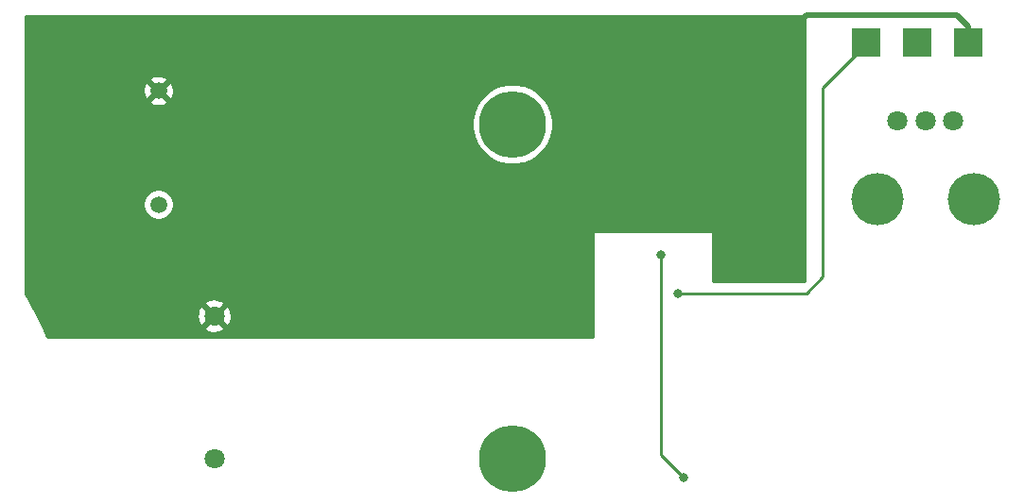
<source format=gbl>
G04 #@! TF.GenerationSoftware,KiCad,Pcbnew,(5.1.5)-3*
G04 #@! TF.CreationDate,2020-02-03T22:04:10-05:00*
G04 #@! TF.ProjectId,punk,70756e6b-2e6b-4696-9361-645f70636258,rev?*
G04 #@! TF.SameCoordinates,Original*
G04 #@! TF.FileFunction,Copper,L2,Bot*
G04 #@! TF.FilePolarity,Positive*
%FSLAX46Y46*%
G04 Gerber Fmt 4.6, Leading zero omitted, Abs format (unit mm)*
G04 Created by KiCad (PCBNEW (5.1.5)-3) date 2020-02-03 22:04:10*
%MOMM*%
%LPD*%
G04 APERTURE LIST*
%ADD10R,2.500000X2.500000*%
%ADD11C,6.000000*%
%ADD12C,1.800000*%
%ADD13C,4.686000*%
%ADD14C,1.500000*%
%ADD15C,0.800000*%
%ADD16C,0.500000*%
%ADD17C,0.250000*%
%ADD18C,0.254000*%
G04 APERTURE END LIST*
D10*
X160400000Y-73500000D03*
X164950000Y-73500000D03*
X169500000Y-73500000D03*
D11*
X128700000Y-110800000D03*
X128700000Y-80800000D03*
D12*
X102000000Y-110800000D03*
X102000000Y-98000000D03*
D13*
X161400000Y-87500000D03*
X170000000Y-87500000D03*
D12*
X163200000Y-80500000D03*
X165700000Y-80500000D03*
X168200000Y-80500000D03*
D14*
X97000000Y-77800000D03*
X97000000Y-88000000D03*
D15*
X138500000Y-88000000D03*
X151500000Y-93500000D03*
X145000000Y-77000000D03*
X135000000Y-79000000D03*
X144000000Y-112500000D03*
X142000000Y-92500000D03*
X143500000Y-96000000D03*
D16*
X169500000Y-72000000D02*
X168500000Y-71000000D01*
X169500000Y-73500000D02*
X169500000Y-72000000D01*
X168500000Y-71000000D02*
X155000000Y-71000000D01*
X155000000Y-71000000D02*
X154000000Y-72000000D01*
D17*
X142000000Y-110500000D02*
X144000000Y-112500000D01*
X142000000Y-92500000D02*
X142000000Y-110500000D01*
X156500000Y-77500000D02*
X160500000Y-73500000D01*
X143500000Y-96000000D02*
X155000000Y-96000000D01*
X155000000Y-96000000D02*
X156500000Y-94500000D01*
X156500000Y-94500000D02*
X156500000Y-77500000D01*
D18*
G36*
X154873000Y-94873000D02*
G01*
X146627000Y-94873000D01*
X146627000Y-90500000D01*
X146624560Y-90475224D01*
X146617333Y-90451399D01*
X146605597Y-90429443D01*
X146589803Y-90410197D01*
X146570557Y-90394403D01*
X146548601Y-90382667D01*
X146524776Y-90375440D01*
X146500000Y-90373000D01*
X136000000Y-90373000D01*
X135975224Y-90375440D01*
X135951399Y-90382667D01*
X135929443Y-90394403D01*
X135910197Y-90410197D01*
X135894403Y-90429443D01*
X135882667Y-90451399D01*
X135875440Y-90475224D01*
X135873000Y-90500000D01*
X135873000Y-99873000D01*
X87078490Y-99873000D01*
X86674031Y-99064080D01*
X101115525Y-99064080D01*
X101199208Y-99318261D01*
X101471775Y-99449158D01*
X101764642Y-99524365D01*
X102066553Y-99540991D01*
X102365907Y-99498397D01*
X102651199Y-99398222D01*
X102800792Y-99318261D01*
X102884475Y-99064080D01*
X102000000Y-98179605D01*
X101115525Y-99064080D01*
X86674031Y-99064080D01*
X86175267Y-98066553D01*
X100459009Y-98066553D01*
X100501603Y-98365907D01*
X100601778Y-98651199D01*
X100681739Y-98800792D01*
X100935920Y-98884475D01*
X101820395Y-98000000D01*
X102179605Y-98000000D01*
X103064080Y-98884475D01*
X103318261Y-98800792D01*
X103449158Y-98528225D01*
X103524365Y-98235358D01*
X103540991Y-97933447D01*
X103498397Y-97634093D01*
X103398222Y-97348801D01*
X103318261Y-97199208D01*
X103064080Y-97115525D01*
X102179605Y-98000000D01*
X101820395Y-98000000D01*
X100935920Y-97115525D01*
X100681739Y-97199208D01*
X100550842Y-97471775D01*
X100475635Y-97764642D01*
X100459009Y-98066553D01*
X86175267Y-98066553D01*
X85609951Y-96935920D01*
X101115525Y-96935920D01*
X102000000Y-97820395D01*
X102884475Y-96935920D01*
X102800792Y-96681739D01*
X102528225Y-96550842D01*
X102235358Y-96475635D01*
X101933447Y-96459009D01*
X101634093Y-96501603D01*
X101348801Y-96601778D01*
X101199208Y-96681739D01*
X101115525Y-96935920D01*
X85609951Y-96935920D01*
X85127000Y-95970020D01*
X85127000Y-87863589D01*
X95615000Y-87863589D01*
X95615000Y-88136411D01*
X95668225Y-88403989D01*
X95772629Y-88656043D01*
X95924201Y-88882886D01*
X96117114Y-89075799D01*
X96343957Y-89227371D01*
X96596011Y-89331775D01*
X96863589Y-89385000D01*
X97136411Y-89385000D01*
X97403989Y-89331775D01*
X97656043Y-89227371D01*
X97882886Y-89075799D01*
X98075799Y-88882886D01*
X98227371Y-88656043D01*
X98331775Y-88403989D01*
X98385000Y-88136411D01*
X98385000Y-87863589D01*
X98331775Y-87596011D01*
X98227371Y-87343957D01*
X98075799Y-87117114D01*
X97882886Y-86924201D01*
X97656043Y-86772629D01*
X97403989Y-86668225D01*
X97136411Y-86615000D01*
X96863589Y-86615000D01*
X96596011Y-86668225D01*
X96343957Y-86772629D01*
X96117114Y-86924201D01*
X95924201Y-87117114D01*
X95772629Y-87343957D01*
X95668225Y-87596011D01*
X95615000Y-87863589D01*
X85127000Y-87863589D01*
X85127000Y-80441984D01*
X125065000Y-80441984D01*
X125065000Y-81158016D01*
X125204691Y-81860290D01*
X125478705Y-82521818D01*
X125876511Y-83117177D01*
X126382823Y-83623489D01*
X126978182Y-84021295D01*
X127639710Y-84295309D01*
X128341984Y-84435000D01*
X129058016Y-84435000D01*
X129760290Y-84295309D01*
X130421818Y-84021295D01*
X131017177Y-83623489D01*
X131523489Y-83117177D01*
X131921295Y-82521818D01*
X132195309Y-81860290D01*
X132335000Y-81158016D01*
X132335000Y-80441984D01*
X132195309Y-79739710D01*
X131921295Y-79078182D01*
X131523489Y-78482823D01*
X131017177Y-77976511D01*
X130421818Y-77578705D01*
X129760290Y-77304691D01*
X129058016Y-77165000D01*
X128341984Y-77165000D01*
X127639710Y-77304691D01*
X126978182Y-77578705D01*
X126382823Y-77976511D01*
X125876511Y-78482823D01*
X125478705Y-79078182D01*
X125204691Y-79739710D01*
X125065000Y-80441984D01*
X85127000Y-80441984D01*
X85127000Y-78756993D01*
X96222612Y-78756993D01*
X96288137Y-78995860D01*
X96535116Y-79111760D01*
X96799960Y-79177250D01*
X97072492Y-79189812D01*
X97342238Y-79148965D01*
X97598832Y-79056277D01*
X97711863Y-78995860D01*
X97777388Y-78756993D01*
X97000000Y-77979605D01*
X96222612Y-78756993D01*
X85127000Y-78756993D01*
X85127000Y-77872492D01*
X95610188Y-77872492D01*
X95651035Y-78142238D01*
X95743723Y-78398832D01*
X95804140Y-78511863D01*
X96043007Y-78577388D01*
X96820395Y-77800000D01*
X97179605Y-77800000D01*
X97956993Y-78577388D01*
X98195860Y-78511863D01*
X98311760Y-78264884D01*
X98377250Y-78000040D01*
X98389812Y-77727508D01*
X98348965Y-77457762D01*
X98256277Y-77201168D01*
X98195860Y-77088137D01*
X97956993Y-77022612D01*
X97179605Y-77800000D01*
X96820395Y-77800000D01*
X96043007Y-77022612D01*
X95804140Y-77088137D01*
X95688240Y-77335116D01*
X95622750Y-77599960D01*
X95610188Y-77872492D01*
X85127000Y-77872492D01*
X85127000Y-76843007D01*
X96222612Y-76843007D01*
X97000000Y-77620395D01*
X97777388Y-76843007D01*
X97711863Y-76604140D01*
X97464884Y-76488240D01*
X97200040Y-76422750D01*
X96927508Y-76410188D01*
X96657762Y-76451035D01*
X96401168Y-76543723D01*
X96288137Y-76604140D01*
X96222612Y-76843007D01*
X85127000Y-76843007D01*
X85127000Y-71127000D01*
X154873000Y-71127000D01*
X154873000Y-94873000D01*
G37*
X154873000Y-94873000D02*
X146627000Y-94873000D01*
X146627000Y-90500000D01*
X146624560Y-90475224D01*
X146617333Y-90451399D01*
X146605597Y-90429443D01*
X146589803Y-90410197D01*
X146570557Y-90394403D01*
X146548601Y-90382667D01*
X146524776Y-90375440D01*
X146500000Y-90373000D01*
X136000000Y-90373000D01*
X135975224Y-90375440D01*
X135951399Y-90382667D01*
X135929443Y-90394403D01*
X135910197Y-90410197D01*
X135894403Y-90429443D01*
X135882667Y-90451399D01*
X135875440Y-90475224D01*
X135873000Y-90500000D01*
X135873000Y-99873000D01*
X87078490Y-99873000D01*
X86674031Y-99064080D01*
X101115525Y-99064080D01*
X101199208Y-99318261D01*
X101471775Y-99449158D01*
X101764642Y-99524365D01*
X102066553Y-99540991D01*
X102365907Y-99498397D01*
X102651199Y-99398222D01*
X102800792Y-99318261D01*
X102884475Y-99064080D01*
X102000000Y-98179605D01*
X101115525Y-99064080D01*
X86674031Y-99064080D01*
X86175267Y-98066553D01*
X100459009Y-98066553D01*
X100501603Y-98365907D01*
X100601778Y-98651199D01*
X100681739Y-98800792D01*
X100935920Y-98884475D01*
X101820395Y-98000000D01*
X102179605Y-98000000D01*
X103064080Y-98884475D01*
X103318261Y-98800792D01*
X103449158Y-98528225D01*
X103524365Y-98235358D01*
X103540991Y-97933447D01*
X103498397Y-97634093D01*
X103398222Y-97348801D01*
X103318261Y-97199208D01*
X103064080Y-97115525D01*
X102179605Y-98000000D01*
X101820395Y-98000000D01*
X100935920Y-97115525D01*
X100681739Y-97199208D01*
X100550842Y-97471775D01*
X100475635Y-97764642D01*
X100459009Y-98066553D01*
X86175267Y-98066553D01*
X85609951Y-96935920D01*
X101115525Y-96935920D01*
X102000000Y-97820395D01*
X102884475Y-96935920D01*
X102800792Y-96681739D01*
X102528225Y-96550842D01*
X102235358Y-96475635D01*
X101933447Y-96459009D01*
X101634093Y-96501603D01*
X101348801Y-96601778D01*
X101199208Y-96681739D01*
X101115525Y-96935920D01*
X85609951Y-96935920D01*
X85127000Y-95970020D01*
X85127000Y-87863589D01*
X95615000Y-87863589D01*
X95615000Y-88136411D01*
X95668225Y-88403989D01*
X95772629Y-88656043D01*
X95924201Y-88882886D01*
X96117114Y-89075799D01*
X96343957Y-89227371D01*
X96596011Y-89331775D01*
X96863589Y-89385000D01*
X97136411Y-89385000D01*
X97403989Y-89331775D01*
X97656043Y-89227371D01*
X97882886Y-89075799D01*
X98075799Y-88882886D01*
X98227371Y-88656043D01*
X98331775Y-88403989D01*
X98385000Y-88136411D01*
X98385000Y-87863589D01*
X98331775Y-87596011D01*
X98227371Y-87343957D01*
X98075799Y-87117114D01*
X97882886Y-86924201D01*
X97656043Y-86772629D01*
X97403989Y-86668225D01*
X97136411Y-86615000D01*
X96863589Y-86615000D01*
X96596011Y-86668225D01*
X96343957Y-86772629D01*
X96117114Y-86924201D01*
X95924201Y-87117114D01*
X95772629Y-87343957D01*
X95668225Y-87596011D01*
X95615000Y-87863589D01*
X85127000Y-87863589D01*
X85127000Y-80441984D01*
X125065000Y-80441984D01*
X125065000Y-81158016D01*
X125204691Y-81860290D01*
X125478705Y-82521818D01*
X125876511Y-83117177D01*
X126382823Y-83623489D01*
X126978182Y-84021295D01*
X127639710Y-84295309D01*
X128341984Y-84435000D01*
X129058016Y-84435000D01*
X129760290Y-84295309D01*
X130421818Y-84021295D01*
X131017177Y-83623489D01*
X131523489Y-83117177D01*
X131921295Y-82521818D01*
X132195309Y-81860290D01*
X132335000Y-81158016D01*
X132335000Y-80441984D01*
X132195309Y-79739710D01*
X131921295Y-79078182D01*
X131523489Y-78482823D01*
X131017177Y-77976511D01*
X130421818Y-77578705D01*
X129760290Y-77304691D01*
X129058016Y-77165000D01*
X128341984Y-77165000D01*
X127639710Y-77304691D01*
X126978182Y-77578705D01*
X126382823Y-77976511D01*
X125876511Y-78482823D01*
X125478705Y-79078182D01*
X125204691Y-79739710D01*
X125065000Y-80441984D01*
X85127000Y-80441984D01*
X85127000Y-78756993D01*
X96222612Y-78756993D01*
X96288137Y-78995860D01*
X96535116Y-79111760D01*
X96799960Y-79177250D01*
X97072492Y-79189812D01*
X97342238Y-79148965D01*
X97598832Y-79056277D01*
X97711863Y-78995860D01*
X97777388Y-78756993D01*
X97000000Y-77979605D01*
X96222612Y-78756993D01*
X85127000Y-78756993D01*
X85127000Y-77872492D01*
X95610188Y-77872492D01*
X95651035Y-78142238D01*
X95743723Y-78398832D01*
X95804140Y-78511863D01*
X96043007Y-78577388D01*
X96820395Y-77800000D01*
X97179605Y-77800000D01*
X97956993Y-78577388D01*
X98195860Y-78511863D01*
X98311760Y-78264884D01*
X98377250Y-78000040D01*
X98389812Y-77727508D01*
X98348965Y-77457762D01*
X98256277Y-77201168D01*
X98195860Y-77088137D01*
X97956993Y-77022612D01*
X97179605Y-77800000D01*
X96820395Y-77800000D01*
X96043007Y-77022612D01*
X95804140Y-77088137D01*
X95688240Y-77335116D01*
X95622750Y-77599960D01*
X95610188Y-77872492D01*
X85127000Y-77872492D01*
X85127000Y-76843007D01*
X96222612Y-76843007D01*
X97000000Y-77620395D01*
X97777388Y-76843007D01*
X97711863Y-76604140D01*
X97464884Y-76488240D01*
X97200040Y-76422750D01*
X96927508Y-76410188D01*
X96657762Y-76451035D01*
X96401168Y-76543723D01*
X96288137Y-76604140D01*
X96222612Y-76843007D01*
X85127000Y-76843007D01*
X85127000Y-71127000D01*
X154873000Y-71127000D01*
X154873000Y-94873000D01*
M02*

</source>
